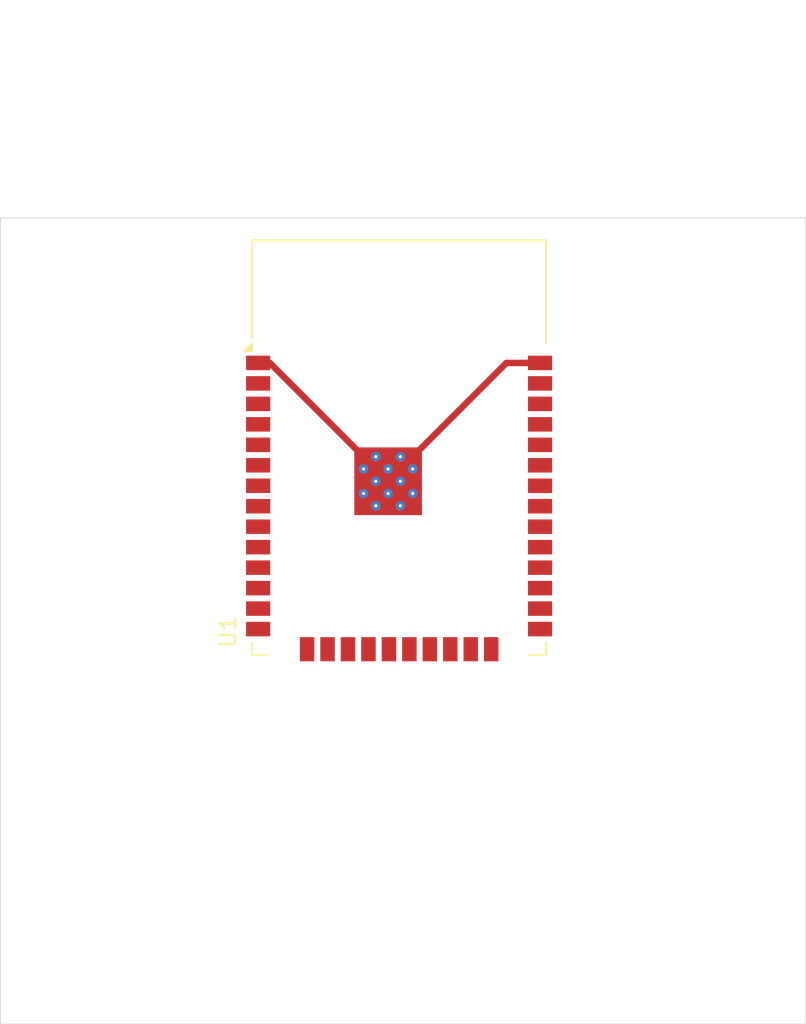
<source format=kicad_pcb>
(kicad_pcb (version 20241229) (generator "pcbnew") (generator_version "9.0")
  (layers (0 "F.Cu" signal) (2 "B.Cu" signal) (13 "F.Paste" user) (15 "B.Paste" user) (5 "F.SilkS" user "F.Silkscreen") (7 "B.SilkS" user "B.Silkscreen") (1 "F.Mask" user) (3 "B.Mask" user) (25 "Edge.Cuts" user))
  (net 0 "")
  (net 35 "GND")
  (net 36 "+3V3")
  (footprint "RF_Module:ESP32-WROOM-32" (layer "F.Cu") (at 63.75 78.24)
    (property "Reference" "U1" (at -10.61 8.43 90) (layer "F.SilkS"))
    (property "Value" "ESP32-WROOM-32")
    (fp_line (start -9.12 -15.86) (end -9.12 -9.7) (stroke (width 0.12)) (layer "F.SilkS"))
    (fp_line (start -9.12 -15.86) (end 9.12 -15.86) (stroke (width 0.12)) (layer "F.SilkS"))
    (fp_line (start -9.12 9.1) (end -9.12 9.88) (stroke (width 0.12)) (layer "F.SilkS"))
    (fp_line (start -9.12 9.88) (end -8.12 9.88) (stroke (width 0.12)) (layer "F.SilkS"))
    (fp_line (start 9.12 -15.86) (end 9.12 -9.445) (stroke (width 0.12)) (layer "F.SilkS"))
    (fp_line (start 9.12 9.1) (end 9.12 9.88) (stroke (width 0.12)) (layer "F.SilkS"))
    (fp_line (start 9.12 9.88) (end 8.12 9.88) (stroke (width 0.12)) (layer "F.SilkS"))
    (fp_poly (pts (xy -9.125 -8.975) (xy -9.625 -8.975) (xy -9.125 -9.475) (xy -9.125 -8.975)) (stroke (width 0.12)) (fill yes) (layer "F.SilkS"))
    (pad "1" smd rect (at -8.75 -8.25) (size 1.5 0.9) (layers "F.Cu" "F.Mask" "F.Paste") (net 35 "GND"))
    (pad "2" smd rect (at -8.75 -6.98) (size 1.5 0.9) (layers "F.Cu" "F.Mask" "F.Paste") (net 36 "+3V3"))
    (pad "3" smd rect (at -8.75 -5.71) (size 1.5 0.9) (layers "F.Cu" "F.Mask" "F.Paste"))
    (pad "4" smd rect (at -8.75 -4.44) (size 1.5 0.9) (layers "F.Cu" "F.Mask" "F.Paste"))
    (pad "5" smd rect (at -8.75 -3.17) (size 1.5 0.9) (layers "F.Cu" "F.Mask" "F.Paste"))
    (pad "6" smd rect (at -8.75 -1.9) (size 1.5 0.9) (layers "F.Cu" "F.Mask" "F.Paste"))
    (pad "7" smd rect (at -8.75 -0.63) (size 1.5 0.9) (layers "F.Cu" "F.Mask" "F.Paste"))
    (pad "8" smd rect (at -8.75 0.64) (size 1.5 0.9) (layers "F.Cu" "F.Mask" "F.Paste"))
    (pad "9" smd rect (at -8.75 1.91) (size 1.5 0.9) (layers "F.Cu" "F.Mask" "F.Paste"))
    (pad "10" smd rect (at -8.75 3.18) (size 1.5 0.9) (layers "F.Cu" "F.Mask" "F.Paste"))
    (pad "11" smd rect (at -8.75 4.45) (size 1.5 0.9) (layers "F.Cu" "F.Mask" "F.Paste"))
    (pad "12" smd rect (at -8.75 5.72) (size 1.5 0.9) (layers "F.Cu" "F.Mask" "F.Paste"))
    (pad "13" smd rect (at -8.75 6.99) (size 1.5 0.9) (layers "F.Cu" "F.Mask" "F.Paste"))
    (pad "14" smd rect (at -8.75 8.26) (size 1.5 0.9) (layers "F.Cu" "F.Mask" "F.Paste"))
    (pad "15" smd rect (at -5.71 9.51 90) (size 1.5 0.9) (layers "F.Cu" "F.Mask" "F.Paste") (net 35 "GND"))
    (pad "16" smd rect (at -4.44 9.51 90) (size 1.5 0.9) (layers "F.Cu" "F.Mask" "F.Paste"))
    (pad "17" smd rect (at -3.17 9.51 90) (size 1.5 0.9) (layers "F.Cu" "F.Mask" "F.Paste"))
    (pad "18" smd rect (at -1.9 9.51 90) (size 1.5 0.9) (layers "F.Cu" "F.Mask" "F.Paste"))
    (pad "19" smd rect (at -0.63 9.51 90) (size 1.5 0.9) (layers "F.Cu" "F.Mask" "F.Paste"))
    (pad "20" smd rect (at 0.64 9.51 90) (size 1.5 0.9) (layers "F.Cu" "F.Mask" "F.Paste"))
    (pad "21" smd rect (at 1.91 9.51 90) (size 1.5 0.9) (layers "F.Cu" "F.Mask" "F.Paste"))
    (pad "22" smd rect (at 3.18 9.51 90) (size 1.5 0.9) (layers "F.Cu" "F.Mask" "F.Paste"))
    (pad "23" smd rect (at 4.45 9.51 90) (size 1.5 0.9) (layers "F.Cu" "F.Mask" "F.Paste"))
    (pad "24" smd rect (at 5.72 9.51 90) (size 1.5 0.9) (layers "F.Cu" "F.Mask" "F.Paste"))
    (pad "25" smd rect (at 8.75 8.26) (size 1.5 0.9) (layers "F.Cu" "F.Mask" "F.Paste"))
    (pad "26" smd rect (at 8.75 6.99) (size 1.5 0.9) (layers "F.Cu" "F.Mask" "F.Paste"))
    (pad "27" smd rect (at 8.75 5.72) (size 1.5 0.9) (layers "F.Cu" "F.Mask" "F.Paste"))
    (pad "28" smd rect (at 8.75 4.45) (size 1.5 0.9) (layers "F.Cu" "F.Mask" "F.Paste"))
    (pad "29" smd rect (at 8.75 3.18) (size 1.5 0.9) (layers "F.Cu" "F.Mask" "F.Paste"))
    (pad "30" smd rect (at 8.75 1.91) (size 1.5 0.9) (layers "F.Cu" "F.Mask" "F.Paste"))
    (pad "31" smd rect (at 8.75 0.64) (size 1.5 0.9) (layers "F.Cu" "F.Mask" "F.Paste"))
    (pad "32" smd rect (at 8.75 -0.63) (size 1.5 0.9) (layers "F.Cu" "F.Mask" "F.Paste"))
    (pad "33" smd rect (at 8.75 -1.9) (size 1.5 0.9) (layers "F.Cu" "F.Mask" "F.Paste"))
    (pad "34" smd rect (at 8.75 -3.17) (size 1.5 0.9) (layers "F.Cu" "F.Mask" "F.Paste"))
    (pad "35" smd rect (at 8.75 -4.44) (size 1.5 0.9) (layers "F.Cu" "F.Mask" "F.Paste"))
    (pad "36" smd rect (at 8.75 -5.71) (size 1.5 0.9) (layers "F.Cu" "F.Mask" "F.Paste"))
    (pad "37" smd rect (at 8.75 -6.98) (size 1.5 0.9) (layers "F.Cu" "F.Mask" "F.Paste"))
    (pad "38" smd rect (at 8.75 -8.25) (size 1.5 0.9) (layers "F.Cu" "F.Mask" "F.Paste") (net 35 "GND"))
    (pad "39" smd rect (at -2.205 -2.435) (size 1.05 1.05) (layers "F.Cu" "F.Paste") (net 35 "GND"))
    (pad "39" thru_hole circle (at -2.205 -1.6725) (size 0.6 0.6) (drill 0.2) (property pad_prop_heatsink) (layers "*.Cu" "F.Mask") (net 35 "GND"))
    (pad "39" smd rect (at -2.205 -0.91) (size 1.05 1.05) (layers "F.Cu" "F.Paste") (net 35 "GND"))
    (pad "39" thru_hole circle (at -2.205 -0.1475) (size 0.6 0.6) (drill 0.2) (property pad_prop_heatsink) (layers "*.Cu" "F.Mask") (net 35 "GND"))
    (pad "39" smd rect (at -2.205 0.615) (size 1.05 1.05) (layers "F.Cu" "F.Paste") (net 35 "GND"))
    (pad "39" thru_hole circle (at -1.4425 -2.435) (size 0.6 0.6) (drill 0.2) (property pad_prop_heatsink) (layers "*.Cu" "F.Mask") (net 35 "GND"))
    (pad "39" thru_hole circle (at -1.4425 -0.91) (size 0.6 0.6) (drill 0.2) (property pad_prop_heatsink) (layers "*.Cu" "F.Mask") (net 35 "GND"))
    (pad "39" thru_hole circle (at -1.4425 0.615) (size 0.6 0.6) (drill 0.2) (property pad_prop_heatsink) (layers "*.Cu" "F.Mask") (net 35 "GND"))
    (pad "39" smd rect (at -0.68 -2.435) (size 1.05 1.05) (layers "F.Cu" "F.Paste") (net 35 "GND"))
    (pad "39" thru_hole circle (at -0.68 -1.6725) (size 0.6 0.6) (drill 0.2) (property pad_prop_heatsink) (layers "*.Cu" "F.Mask") (net 35 "GND"))
    (pad "39" smd rect (at -0.68 -0.91) (size 1.05 1.05) (layers "F.Cu" "F.Paste") (net 35 "GND"))
    (pad "39" smd rect (at -0.68 -0.91) (size 4.2 4.2) (property pad_prop_heatsink) (layers "F.Cu" "F.Mask") (net 35 "GND"))
    (pad "39" thru_hole circle (at -0.68 -0.1475) (size 0.6 0.6) (drill 0.2) (property pad_prop_heatsink) (layers "*.Cu" "F.Mask") (net 35 "GND"))
    (pad "39" smd rect (at -0.68 0.615) (size 1.05 1.05) (layers "F.Cu" "F.Paste") (net 35 "GND"))
    (pad "39" thru_hole circle (at 0.0825 -2.435) (size 0.6 0.6) (drill 0.2) (property pad_prop_heatsink) (layers "*.Cu" "F.Mask") (net 35 "GND"))
    (pad "39" thru_hole circle (at 0.0825 -0.91) (size 0.6 0.6) (drill 0.2) (property pad_prop_heatsink) (layers "*.Cu" "F.Mask") (net 35 "GND"))
    (pad "39" thru_hole circle (at 0.0825 0.615) (size 0.6 0.6) (drill 0.2) (property pad_prop_heatsink) (layers "*.Cu" "F.Mask") (net 35 "GND"))
    (pad "39" smd rect (at 0.845 -2.435) (size 1.05 1.05) (layers "F.Cu" "F.Paste") (net 35 "GND"))
    (pad "39" thru_hole circle (at 0.845 -1.6725) (size 0.6 0.6) (drill 0.2) (property pad_prop_heatsink) (layers "*.Cu" "F.Mask") (net 35 "GND"))
    (pad "39" smd rect (at 0.845 -0.91) (size 1.05 1.05) (layers "F.Cu" "F.Paste") (net 35 "GND"))
    (pad "39" thru_hole circle (at 0.845 -0.1475) (size 0.6 0.6) (drill 0.2) (property pad_prop_heatsink) (layers "*.Cu" "F.Mask") (net 35 "GND"))
    (pad "39" smd rect (at 0.845 0.615) (size 1.05 1.05) (layers "F.Cu" "F.Paste") (net 35 "GND"))
  )
  (gr_rect (start 39 61) (end 89 111) (stroke (width 0.05)) (fill no) (layer "Edge.Cuts"))
  (segment (start 70.41 69.99) (end 72.5 69.99) (width 0.4) (layer "F.Cu") (net 35))
  (segment (start 61.545 75.805) (end 55.73 69.99) (width 0.4) (layer "F.Cu") (net 35))
  (segment (start 55.73 69.99) (end 55 69.99) (width 0.4) (layer "F.Cu") (net 35))
  (segment (start 64.595 75.805) (end 70.41 69.99) (width 0.4) (layer "F.Cu") (net 35))
)
</source>
